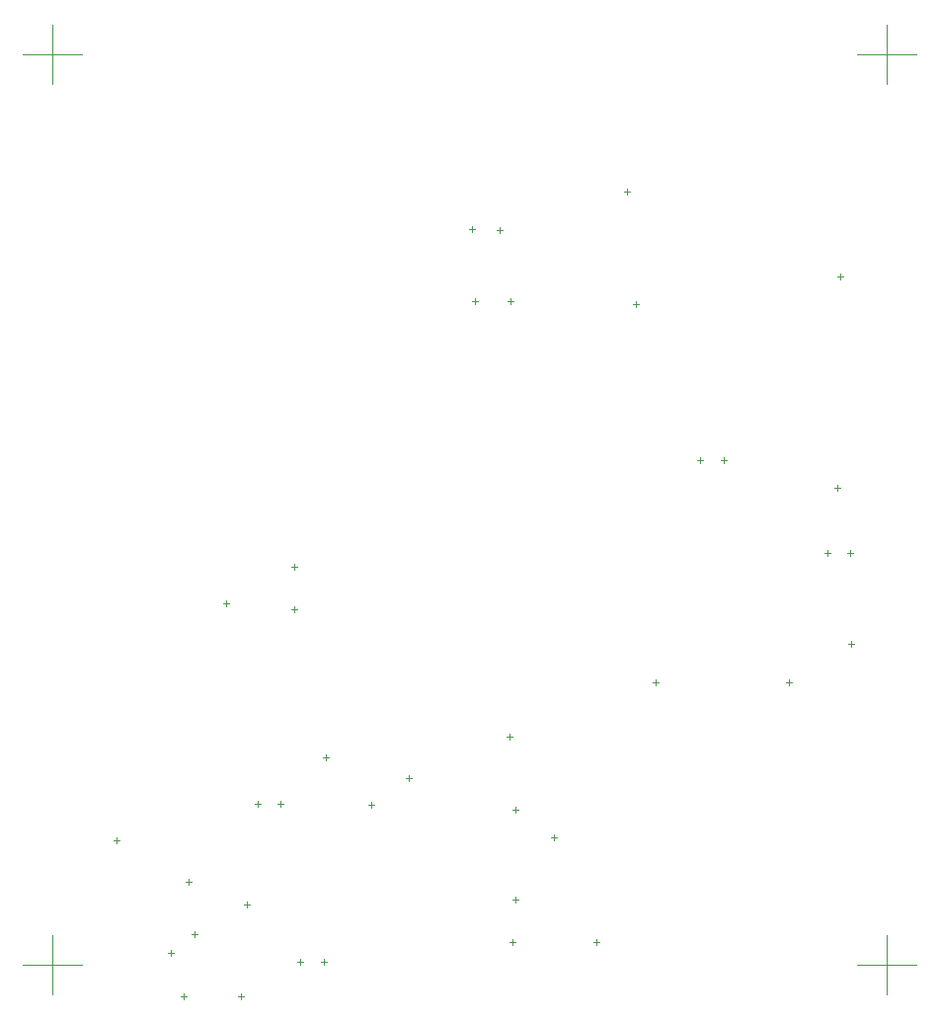
<source format=gbr>
%TF.GenerationSoftware,Altium Limited,Altium Designer,20.0.11 (256)*%
G04 Layer_Color=8388736*
%FSLAX26Y26*%
%MOIN*%
%TF.FileFunction,Other,Mechanical_6*%
%TF.Part,Single*%
G01*
G75*
%TA.AperFunction,NonConductor*%
%ADD159C,0.004000*%
D159*
X195000Y205000D02*
X295000D01*
X195000D02*
Y305000D01*
Y105000D02*
Y205000D01*
X95000D02*
X195000D01*
X1738465Y965000D02*
Y985000D01*
X1728465Y975000D02*
X1748465D01*
X1740000Y2435000D02*
Y2455000D01*
X1730000Y2445000D02*
X1750000D01*
X782402Y1415748D02*
Y1435748D01*
X772402Y1425748D02*
X792402D01*
X1110000Y205000D02*
Y225000D01*
X1100000Y215000D02*
X1120000D01*
X410000Y616500D02*
Y636500D01*
X400000Y626500D02*
X420000D01*
X2845000Y1805000D02*
Y1825000D01*
X2835000Y1815000D02*
X2855000D01*
X1010000Y1539016D02*
Y1559016D01*
X1000000Y1549016D02*
X1020000D01*
X1610000Y2680000D02*
Y2700000D01*
X1600000Y2690000D02*
X1620000D01*
X1758465Y720000D02*
Y740000D01*
X1748465Y730000D02*
X1768465D01*
X1758465Y415000D02*
Y435000D01*
X1748465Y425000D02*
X1768465D01*
X888465Y740000D02*
Y760000D01*
X878465Y750000D02*
X898465D01*
X1398465Y825000D02*
Y845000D01*
X1388465Y835000D02*
X1408465D01*
X1118465Y895000D02*
Y915000D01*
X1108465Y905000D02*
X1128465D01*
X1000000Y1407106D02*
X1020000D01*
X1010000Y1397106D02*
Y1417106D01*
X1888465Y625000D02*
Y645000D01*
X1878465Y635000D02*
X1898465D01*
X963465Y740000D02*
Y760000D01*
X953465Y750000D02*
X973465D01*
X2380000Y1900000D02*
Y1920000D01*
X2370000Y1910000D02*
X2390000D01*
X2460000Y1900000D02*
Y1920000D01*
X2450000Y1910000D02*
X2470000D01*
X1705000Y2675000D02*
Y2695000D01*
X1695000Y2685000D02*
X1715000D01*
X2885858Y1586850D02*
Y1606850D01*
X2875858Y1596850D02*
X2895858D01*
X2810500Y1586850D02*
Y1606850D01*
X2800500Y1596850D02*
X2820500D01*
X2890000Y1280000D02*
Y1300000D01*
X2880000Y1290000D02*
X2900000D01*
X1620000Y2435000D02*
Y2455000D01*
X1610000Y2445000D02*
X1630000D01*
X195000Y3280000D02*
X295000D01*
X195000D02*
Y3380000D01*
Y3180000D02*
Y3280000D01*
X95000D02*
X195000D01*
X3010000D02*
X3110000D01*
X3010000D02*
Y3380000D01*
Y3180000D02*
Y3280000D01*
X2910000D02*
X3010000D01*
Y205000D02*
X3110000D01*
X3010000D02*
Y305000D01*
Y105000D02*
Y205000D01*
X2910000D02*
X3010000D01*
X2030000Y271299D02*
Y291299D01*
X2020000Y281299D02*
X2040000D01*
X2670000Y1160000D02*
X2690000D01*
X2680000Y1150000D02*
Y1170000D01*
X2165000Y2425000D02*
Y2445000D01*
X2155000Y2435000D02*
X2175000D01*
X1270276Y737008D02*
Y757008D01*
X1260276Y747008D02*
X1280276D01*
X2230000Y1150000D02*
Y1170000D01*
X2220000Y1160000D02*
X2240000D01*
X1738465Y281299D02*
X1758465D01*
X1748465Y271299D02*
Y291299D01*
X655000Y475000D02*
Y495000D01*
X645000Y485000D02*
X665000D01*
X850000Y400000D02*
Y420000D01*
X840000Y410000D02*
X860000D01*
X2855000Y2520000D02*
Y2540000D01*
X2845000Y2530000D02*
X2865000D01*
X2134782Y2805000D02*
Y2825000D01*
X2124782Y2815000D02*
X2144782D01*
X675000Y300000D02*
Y320000D01*
X665000Y310000D02*
X685000D01*
X595000Y235000D02*
Y255000D01*
X585000Y245000D02*
X605000D01*
X638465Y90000D02*
Y110000D01*
X628465Y100000D02*
X648465D01*
X820315D02*
X840315D01*
X830315Y90000D02*
Y110000D01*
X1030000Y205000D02*
Y225000D01*
X1020000Y215000D02*
X1040000D01*
%TF.MD5,e9d16b325acb6847b0083a4756731d7f*%
M02*

</source>
